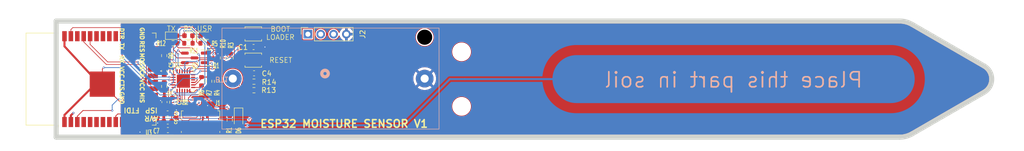
<source format=kicad_pcb>
(kicad_pcb (version 20211014) (generator pcbnew)
  (title_block (date "%%date%%") (rev "%%version%%"))
  (layers (0 "F.Cu" jumper) (1 "In1.Cu" power "In1.Cu.GND") (2 "In2.Cu" power "In2.Cu.BATT+") (31 "B.Cu" signal) (34 "B.Paste" user) (35 "F.Paste" user) (36 "B.SilkS" user "B.Silkscreen") (37 "F.SilkS" user "F.Silkscreen") (38 "B.Mask" user) (39 "F.Mask" user) (44 "Edge.Cuts" user))
  (net 0 "")
  (net 1 "GND")
  (net 2 "/Sensor_Track")
  (net 3 "+BATT")
  (net 4 "/SENSOR_IN")
  (net 5 "+5V")
  (net 6 "Net-(R6-Pad2)")
  (net 7 "Net-(D8-Pad2)")
  (net 8 "Net-(Q2-Pad1)")
  (net 9 "/RTS")
  (net 10 "Net-(Q1-Pad1)")
  (net 11 "/DTR")
  (net 12 "/SENSOR_OUT")
  (net 13 "Net-(R12-Pad1)")
  (net 14 "Net-(D10-Pad1)")
  (net 15 "Net-(R11-Pad1)")
  (net 16 "Net-(D9-Pad1)")
  (net 17 "Net-(R10-Pad1)")
  (net 18 "Net-(D10-Pad2)")
  (net 19 "/EN")
  (net 20 "Net-(R8-Pad2)")
  (net 26 "Net-(U3-Pad14)")
  (net 40 "/IO0")
  (net 48 "/IO23")
  (net 49 "/ESP_RXD0")
  (net 51 "/ESP_TXD0")
  (net 53 "/USB_P")
  (net 54 "/USB_N")
  (footprint "Resistor_SMD:R_0603_1608Metric" (layer "F.Cu") (at 86.7 115.65 90)
    (fp_text reference "R2")
    (fp_text value "510K")
  )
  (footprint "Capacitor_SMD:C_0603_1608Metric" (layer "F.Cu") (at 86.75 118.75 90)
    (fp_text reference "C2")
    (fp_text value "1uF")
  )
  (footprint "MountingHole:MountingHole_3.2mm_M3" (layer "F.Cu") (at 145.6 108.8)
    (fp_text reference "REF**" hide)
    (fp_text value "MountingHole_3.2mm_M3" hide)
  )
  (footprint "MountingHole:MountingHole_3.2mm_M3" (layer "F.Cu") (at 145.6 119.6)
    (fp_text reference "REF**" hide)
    (fp_text value "MountingHole_3.2mm_M3" hide)
  )
  (footprint "Capacitor_SMD:C_0603_1608Metric" (layer "F.Cu") (at 104.5 113.05 180)
    (fp_text reference "C4")
    (fp_text value "0.1uF")
  )
  (footprint "Resistor_SMD:R_0603_1608Metric" (layer "F.Cu") (at 98.3375 110 90)
    (fp_text reference "R10")
    (fp_text value "10k")
  )
  (footprint "Connector_PinSocket_2.54mm:PinSocket_1x04_P2.54mm_Vertical" (layer "F.Cu") (at 115.16 105.3 90)
    (fp_text reference "J2")
    (fp_text value "Conn_01x04_Male")
  )
  (footprint "Resistor_SMD:R_0603_1608Metric" (layer "F.Cu") (at 86.7 109.55 -90)
    (fp_text reference "R9")
    (fp_text value "10k")
  )
  (footprint "Package_TO_SOT_SMD:SOT-23" (layer "F.Cu") (at 95.6375 110)
    (fp_text reference "Q1")
    (fp_text value "Q_NPN_BEC")
  )
  (footprint "Button_Switch_SMD:SW_SPST_B3U-1000P" (layer "F.Cu") (at 104.35 105.25 180)
    (fp_text reference "SW1" hide)
    (fp_text value "SW_Push")
  )
  (footprint "LED_SMD:LED_0603_1608Metric" (layer "F.Cu") (at 88.425 105.6)
    (fp_text reference "D10" hide)
    (fp_text value "RX_LED")
  )
  (footprint "Capacitor_SMD:C_0603_1608Metric" (layer "F.Cu") (at 87.375 121 180)
    (fp_text reference "C3")
    (fp_text value "4.7uF")
  )
  (footprint "RF_Module:ESP32-WROOM-32" (layer "F.Cu") (at 75.2 114.2 90)
    (fp_text reference "U3")
    (fp_text value "ESP32-WROOM-32D")
  )
  (footprint "Resistor_SMD:R_0603_1608Metric" (layer "F.Cu") (at 94.1 114.625 90)
    (fp_text reference "R6")
    (fp_text value "22.1k")
  )
  (footprint "Capacitor_SMD:C_0603_1608Metric" (layer "F.Cu") (at 87.4 122.6 180)
    (fp_text reference "C6")
    (fp_text value "4.7uF")
  )
  (footprint "Resistor_SMD:R_0603_1608Metric" (layer "F.Cu") (at 94.7 107.1)
    (fp_text reference "R5")
    (fp_text value "220R")
  )
  (footprint "Resistor_SMD:R_0603_1608Metric" (layer "F.Cu") (at 95.6 114.625 90)
    (fp_text reference "R7")
    (fp_text value "47.5k")
  )
  (footprint "Capacitor_SMD:C_0603_1608Metric" (layer "F.Cu") (at 87.425 124.3 180)
    (fp_text reference "C7")
    (fp_text value "0.1uF")
  )
  (footprint "LED_SMD:LED_0603_1608Metric" (layer "F.Cu") (at 91.5 105.6 180)
    (fp_text reference "D9" hide)
    (fp_text value "TX_LED")
  )
  (footprint "Resistor_SMD:R_0603_1608Metric" (layer "F.Cu") (at 88.3 118.775 90)
    (fp_text reference "R8")
    (fp_text value "2k")
  )
  (footprint "Resistor_SMD:R_0603_1608Metric" (layer "F.Cu") (at 99.8375 110 -90)
    (fp_text reference "R3")
    (fp_text value "10k")
  )
  (footprint "Resistor_SMD:R_0603_1608Metric" (layer "F.Cu") (at 97.15 114.65 90)
    (fp_text reference "R4")
    (fp_text value "10k")
  )
  (footprint "Capacitor_SMD:C_0603_1608Metric" (layer "F.Cu") (at 86.7 112.6 -90)
    (fp_text reference "C5")
    (fp_text value "4.7uF")
  )
  (footprint "Resistor_SMD:R_0603_1608Metric" (layer "F.Cu") (at 104.475 114.7)
    (fp_text reference "R14")
    (fp_text value "10k")
  )
  (footprint "Diode_SMD:D_SOD-323_HandSoldering" (layer "F.Cu") (at 101.425 121.825 -90)
    (fp_text reference "D6")
    (fp_text value "D_Schottky")
  )
  (footprint "Connector_USB:USB_Micro-B_Molex_47346-0001" (layer "F.Cu") (at 93.9 122.2)
    (fp_text reference "J1")
    (fp_text value "USB_B_Micro")
  )
  (footprint "Resistor_SMD:R_0603_1608Metric" (layer "F.Cu") (at 104.475 116.4)
    (fp_text reference "R13")
    (fp_text value "10k")
  )
  (footprint "Capacitor_SMD:C_0603_1608Metric" (layer "F.Cu") (at 104.4 107.85 180)
    (fp_text reference "C1")
    (fp_text value "0.1uF")
  )
  (footprint "LED_SMD:LED_0603_1608Metric" (layer "F.Cu") (at 94.7 105.6)
    (fp_text reference "D8" hide)
    (fp_text value "RED_LED")
  )
  (footprint "Resistor_SMD:R_0603_1608Metric" (layer "F.Cu") (at 88.45 107.1 180)
    (fp_text reference "R12")
    (fp_text value "220R")
  )
  (footprint "Package_TO_SOT_SMD:SOT-23" (layer "F.Cu") (at 91.7375 110)
    (fp_text reference "Q2")
    (fp_text value "Q_NPN_BEC")
  )
  (footprint "Button_Switch_SMD:SW_SPST_B3U-1000P" (layer "F.Cu") (at 104.35 110.45 180)
    (fp_text reference "SW2" hide)
    (fp_text value "SW_Push")
  )
  (footprint "Resistor_SMD:R_0603_1608Metric" (layer "F.Cu") (at 99.675 122.325 90)
    (fp_text reference "R1")
    (fp_text value "10K")
  )
  (footprint "Package_DFN_QFN:QFN-24-1EP_4x4mm_P0.5mm_EP2.6x2.6mm" (layer "F.Cu") (at 90.5 114.6 90)
    (fp_text reference "U2")
    (fp_text value "CP2102N-Axx-xQFN24")
  )
  (footprint "Resistor_SMD:R_0603_1608Metric" (layer "F.Cu") (at 91.5 107.1)
    (fp_text reference "R11")
    (fp_text value "220R")
  )
  (footprint "MyFootprints:Capacitive_Soil_Moisture_Sensor" (layer "B.Cu") (at 199.474999 114.2)
    (fp_text reference "Sensor1" hide)
    (fp_text value "Conn_01x01")
  )
  (footprint "kicad_footprints:CR123A Battery Holder" (layer "B.Cu") (at 119.3875 114.1)
    (fp_text reference "BT1")
    (fp_text value "Battery_Cell")
  )
  (gr_circle (center 118.55 113.1) (end 118.866228 113.1) (layer "B.SilkS") (width 0.65) (fill none))
  (gr_circle (center 88.85 117.375) (end 88.991421 117.375) (layer "F.SilkS") (width 0.1) (fill none))
  (gr_line (start 232.341667 102.700001) (end 65.3 102.7) (layer "Edge.Cuts") (width 1))
  (gr_line (start 249.1 111.601926) (end 234.841667 103.369873) (layer "Edge.Cuts") (width 1))
  (gr_line (start 65.3 125.7) (end 232.341667 125.7) (layer "Edge.Cuts") (width 1))
  (gr_line (start 234.841667 125.030128) (end 249.1 116.798075) (layer "Edge.Cuts") (width 1))
  (gr_arc (start 234.841666 125.030127) (mid 233.635762 125.529629) (end 232.341667 125.7) (layer "Edge.Cuts") (width 1))
  (gr_arc (start 249.1 111.601925) (mid 250.599999 114.2) (end 249.1 116.798075) (layer "Edge.Cuts") (width 1))
  (gr_arc (start 232.341667 102.7) (mid 233.635762 102.870371) (end 234.841667 103.369873) (layer "Edge.Cuts") (width 1))
  (gr_line (start 65.3 102.7) (end 65.3 125.7) (layer "Edge.Cuts") (width 1))
  (gr_text "RES" (at 82.3 107.73 270) (layer "F.SilkS") (effects (font (size 0.8 0.8) (thickness 0.2))))
  (gr_text "VCC" (at 82.3 115.38 270) (layer "F.SilkS") (effects (font (size 0.8 0.8) (thickness 0.2))))
  (gr_text "DTR" (at 78.3 105.18 270) (layer "F.SilkS") (effects (font (size 0.8 0.8) (thickness 0.2))))
  (gr_text "RX" (at 78.3 110.28 270) (layer "F.SilkS") (effects (font (size 0.8 0.8) (thickness 0.2))))
  (gr_text "MOS" (at 82.3 110.28 270) (layer "F.SilkS") (effects (font (size 0.8 0.8) (thickness 0.2))))
  (gr_text "GND" (at 82.3 105.18 270) (layer "F.SilkS") (effects (font (size 0.8 0.8) (thickness 0.2))))
  (gr_text "TX" (at 78.3 107.73 270) (layer "F.SilkS") (effects (font (size 0.8 0.8) (thickness 0.2))))
  (gr_text "VCC" (at 78.3 112.83 270) (layer "F.SilkS") (effects (font (size 0.8 0.8) (thickness 0.2))))
  (gr_text "AVR\nISP" (at 84.15 121.18 180) (layer "F.SilkS") (effects (font (size 1 1) (thickness 0.2))))
  (gr_text "MIS" (at 82.3 117.88 270) (layer "F.SilkS") (effects (font (size 0.8 0.8) (thickness 0.2))))
  (gr_text "SCK" (at 82.3 112.78 270) (layer "F.SilkS") (effects (font (size 0.8 0.8) (thickness 0.2))))
  (gr_text "CTS" (at 78.3 115.38 270) (layer "F.SilkS") (effects (font (size 0.8 0.8) (thickness 0.2))))
  (gr_text "GND" (at 78.3 117.93 270) (layer "F.SilkS") (effects (font (size 0.8 0.8) (thickness 0.2))))
  (gr_text "FTDI" (at 80.25 120.38 180) (layer "F.SilkS") (effects (font (size 1 1) (thickness 0.2))))
  (gr_text "RX" (at 91.5 104.2) (layer "F.SilkS") (effects (font (size 1 1) (thickness 0.12))))
  (gr_text "TX" (at 88.1 104.2) (layer "F.SilkS") (effects (font (size 1 1) (thickness 0.12))))
  (gr_text "USR" (at 94.7 104.2) (layer "F.SilkS") (effects (font (size 1 1) (thickness 0.12))))
  (gr_text "RESET" (at 109.8 110.45) (layer "F.SilkS") (effects (font (size 1 1) (thickness 0.12))))
  (gr_text "ESP32 MOISTURE SENSOR V1" (at 122.325 123.05) (layer "F.SilkS") (effects (font (size 1.5 1.5) (thickness 0.3))))
  (gr_text "BOOT\nLOADER" (at 109.7 105.1) (layer "F.SilkS") (effects (font (size 1 1) (thickness 0.12))))
  (segment (start 106.05 108.725) (end 106.05 110.45) (width 0.15) (layer "F.Cu") (net 1))
  (segment (start 74.445 115.2) (end 74.445 112.205) (width 0.15) (layer "F.Cu") (net 1))
  (segment (start 89.75 116.5375) (end 89.75 115.35) (width 0.15) (layer "F.Cu") (net 1))
  (segment (start 86.625 122.6) (end 85.7 122.6) (width 0.15) (layer "F.Cu") (net 1))
  (segment (start 105.175 107.85) (end 106.05 108.725) (width 0.15) (layer "F.Cu") (net 1))
  (segment (start 95.45 120.99) (end 95.2 120.74) (width 0.15) (layer "F.Cu") (net 1))
  (segment (start 95.285 120.825) (end 95.2 120.74) (width 0.15) (layer "F.Cu") (net 1))
  (segment (start 85.090705 119.915) (end 86.575705 118.43) (width 0.15) (layer "F.Cu") (net 1))
  (segment (start 86.65 124.3) (end 86.65 122.625) (width 0.15) (layer "F.Cu") (net 1))
  (segment (start 74.445 112.205) (end 74.725 111.925) (width 0.15) (layer "F.Cu") (net 1))
  (segment (start 86.75 116.525) (end 86.7 116.475) (width 0.15) (layer "F.Cu") (net 1))
  (segment (start 105.175 107.85) (end 106.05 106.975) (width 0.15) (layer "F.Cu") (net 1))
  (segment (start 91.055027 118.951373) (end 91.4125 119.308846) (width 0.15) (layer "F.Cu") (net 1))
  (segment (start 91.4125 119.308846) (end 91.4125 120.825) (width 0.15) (layer "F.Cu") (net 1))
  (segment (start 73.045 115.2) (end 74.445 115.2) (width 0.4) (layer "F.Cu") (net 1))
  (segment (start 90.525 123.4) (end 90.35 123.4) (width 0.15) (layer "F.Cu") (net 1))
  (segment (start 89.75 116.5375) (end 89.75 117.4) (width 0.15) (layer "F.Cu") (net 1))
  (segment (start 95.2 120.74) (end 95.2 119.55) (width 0.15) (layer "F.Cu") (net 1))
  (segment (start 96.3875 120.825) (end 95.285 120.825) (width 0.15) (layer "F.Cu") (net 1))
  (segment (start 86.6 121) (end 86.6 122.575) (width 0.15) (layer "F.Cu") (net 1))
  (segment (start 66.945 122.7) (end 66.945 121.3) (width 0.4) (layer "F.Cu") (net 1))
  (segment (start 86.65 122.625) (end 86.625 122.6) (width 0.15) (layer "F.Cu") (net 1))
  (segment (start 86.85 118.33) (end 86.75 118.43) (width 0.15) (layer "F.Cu") (net 1))
  (segment (start 66.945 107.7) (end 72.975 114.225) (width 0.4) (layer "F.Cu") (net 1))
  (segment (start 97.35 109.175) (end 98.3375 109.175) (width 0.15) (layer "F.Cu") (net 1))
  (segment (start 105.175 107.85) (end 106.65 107.85) (width 0.15) (layer "F.Cu") (net 1))
  (segment (start 79.16 119.915) (end 74.445 115.2) (width 0.15) (layer "F.Cu") (net 1))
  (segment (start 95.6 116.35) (end 96.05 116.8) (width 0.15) (layer "F.Cu") (net 1))
  (segment (start 86.7 113.375) (end 86.7 113.3) (width 0.15) (layer "F.Cu") (net 1))
  (segment (start 86.7 113.3) (end 86 112.6) (width 0.15) (layer "F.Cu") (net 1))
  (segment (start 73.2225 113.9775) (end 74.445 115.2) (width 0.4) (layer "F.Cu") (net 1))
  (segment (start 84.455 119.915) (end 85.090705 119.915) (width 0.15) (layer "F.Cu") (net 1))
  (segment (start 95.6 115.45) (end 95.6 116.35) (width 0.15) (layer "F.Cu") (net 1))
  (segment (start 95.2 119.55) (end 95.3 119.45) (width 0.15) (layer "F.Cu") (net 1))
  (segment (start 89.7505 117.4005) (end 89.7505 117.8) (width 0.15) (layer "F.Cu") (net 1))
  (segment (start 92.75 123.4) (end 95.45 123.4) (width 0.15) (layer "F.Cu") (net 1))
  (segment (start 95.45 123.4) (end 95.45 120.99) (width 0.15) (layer "F.Cu") (net 1))
  (segment (start 106.05 112.275) (end 106.05 110.45) (width 0.15) (layer "F.Cu") (net 1))
  (segment (start 105.275 113.05) (end 106.05 112.275) (width 0.15) (layer "F.Cu") (net 1))
  (segment (start 85.7 122.6) (end 85.4 122.9) (width 0.15) (layer "F.Cu") (net 1))
  (segment (start 86.575705 118.43) (end 86.75 118.43) (width 0.15) (layer "F.Cu") (net 1))
  (segment (start 86.75 117.975) (end 86.75 116.525) (width 0.15) (layer "F.Cu") (net 1))
  (segment (start 66.945 121.3) (end 73.045 115.2) (width 0.4) (layer "F.Cu") (net 1))
  (segment (start 72.975 114.225) (end 73.2225 113.9775) (width 0.4) (layer "F.Cu") (net 1))
  (segment (start 66.945 105.7) (end 66.945 107.7) (width 0.4) (layer "F.Cu") (net 1))
  (segment (start 89.75 117.4) (end 89.7505 117.4005) (width 0.15) (layer "F.Cu") (net 1))
  (segment (start 90.525 123.4) (end 92.75 123.4) (width 0.15) (layer "F.Cu") (net 1))
  (segment (start 93.9125 105.6) (end 93.9125 105.2125) (width 0.15) (layer "F.Cu") (net 1))
  (segment (start 89.75 115.35) (end 90.5 114.6) (width 0.15) (layer "F.Cu") (net 1))
  (segment (start 97.275 123.4) (end 95.45 123.4) (width 0.15) (layer "F.Cu") (net 1))
  (segment (start 106.05 106.975) (end 106.05 105.25) (width 0.15) (layer "F.Cu") (net 1))
  (segment (start 90.35 123.4) (end 89.4 122.45) (width 0.15) (layer "F.Cu") (net 1))
  (segment (start 93.9125 105.2125) (end 92.9 104.2) (width 0.15) (layer "F.Cu") (net 1))
  (segment (start 86.6 122.575) (end 86.625 122.6) (width 0.15) (layer "F.Cu") (net 1))
  (segment (start 86.275 118.45) (end 86.75 117.975) (width 0.15) (layer "F.Cu") (net 1))
  (segment (start 84.455 119.915) (end 79.16 119.915) (width 0.15) (layer "F.Cu") (net 1))
  (segment (start 85.975 118.45) (end 86.275 118.45) (width 0.15) (layer "F.Cu") (net 1))
  (via (at 96.05 116.8) (size 0.4) (drill 0.2) (layers "F.Cu" "B.Cu") (net 1))
  (via (at 81.9 124.7) (size 0.4) (drill 0.2) (layers "F.Cu" "B.Cu") (net 1))
  (via (at 106.65 107.85) (size 0.4) (drill 0.2) (layers "F.Cu" "B.Cu") (net 1))
  (via (at 92.9 104.2) (size 0.4) (drill 0.2) (layers "F.Cu" "B.Cu") (net 1))
  (via (at 89.4 122.45) (size 0.4) (drill 0.2) (layers "F.Cu" "B.Cu") (net 1))
  (via (at 85.4 122.9) (size 0.4) (drill 0.2) (layers "F.Cu" "B.Cu") (net 1))
  (via (at 89.1 120.3) (size 0.4) (drill 0.2) (layers "F.Cu" "B.Cu") (net 1))
  (via (at 74.725 111.925) (size 0.4) (drill 0.2) (layers "F.Cu" "B.Cu") (net 1))
  (via (at 97.35 109.175) (size 0.4) (drill 0.2) (layers "F.Cu" "B.Cu") (net 1))
  (via (at 85.975 118.45) (size 0.4) (drill 0.2) (layers "F.Cu" "B.Cu") (net 1))
  (via (at 95.3 119.45) (size 0.4) (drill 0.2) (layers "F.Cu" "B.Cu") (net 1))
  (via (at 89.7505 117.8) (size 0.4) (drill 0.2) (layers "F.Cu" "B.Cu") (net 1))
  (via (at 91.055027 118.951373) (size 0.4) (drill 0.2) (layers "F.Cu" "B.Cu") (net 1))
  (via (at 86 112.6) (size 0.4) (drill 0.2) (layers "F.Cu" "B.Cu") (net 1))
  (segment (start 78.375 111.925) (end 78.675 111.625) (width 0.15) (layer "B.Cu") (net 1))
  (segment (start 74.725 111.925) (end 78.375 111.925) (width 0.15) (layer "B.Cu") (net 1))
  (segment (start 101.7 123.35) (end 101.425 123.075) (width 0.4) (layer "F.Cu") (net 2))
  (segment (start 99.675 123.15) (end 99.75 123.075) (width 0.15) (layer "F.Cu") (net 2))
  (segment (start 99.75 123.075) (end 101.425 123.075) (width 0.15) (layer "F.Cu") (net 2))
  (segment (start 103.15 123.35) (end 101.7 123.35) (width 0.4) (layer "F.Cu") (net 2))
  (via (at 103.15 123.35) (size 0.4) (drill 0.2) (layers "F.Cu" "B.Cu") (net 2))
  (segment (start 143.275 114.2) (end 134.125 123.35) (width 0.4) (layer "B.Cu") (net 2))
  (segment (start 134.125 123.35) (end 103.15 123.35) (width 0.4) (layer "B.Cu") (net 2))
  (segment locked (start 146.2 114.2) (end 199.474999 114.2) (width 0.4) (layer "B.Cu") (net 2))
  (segment (start 146.2 114.2) (end 143.275 114.2) (width 0.4) (layer "B.Cu") (net 2))
  (segment (start 102.5875 116.4) (end 100.2875 114.1) (width 0.127) (layer "F.Cu") (net 3))
  (segment (start 89.1 121) (end 89.15 121.05) (width 0.15) (layer "F.Cu") (net 3))
  (segment (start 68.215 122.7) (end 68.215 121.385) (width 0.4) (layer "F.Cu") (net 3))
  (segment (start 88.2 122.625) (end 88.175 122.6) (width 0.15) (layer "F.Cu") (net 3))
  (segment (start 88.15 121) (end 89.1 121) (width 0.15) (layer "F.Cu") (net 3))
  (segment (start 68.215 121.385) (end 68.7 120.9) (width 0.4) (layer "F.Cu") (net 3))
  (segment (start 103.65 116.4) (end 102.5875 116.4) (width 0.127) (layer "F.Cu") (net 3))
  (segment (start 88.175 122.6) (end 88.175 121.025) (width 0.15) (layer "F.Cu") (net 3))
  (segment (start 85.699999 107.25) (end 86.7 108.250001) (width 0.15) (layer "F.Cu") (net 3))
  (segment (start 88.175 121.025) (end 88.15 121) (width 0.15) (layer "F.Cu") (net 3))
  (segment (start 85.25 107.25) (end 85.699999 107.25) (width 0.15) (layer "F.Cu") (net 3))
  (segment (start 86.7 108.250001) (end 86.7 108.725) (width 0.15) (layer "F.Cu") (net 3))
  (segment (start 88.2 124.1) (end 88.2 122.625) (width 0.15) (layer "F.Cu") (net 3))
  (via (at 89.15 121.05) (size 0.4) (drill 0.2) (layers "F.Cu" "B.Cu") (net 3))
  (via (at 85.25 107.25) (size 0.4) (drill 0.2) (layers "F.Cu" "B.Cu") (net 3))
  (via (at 68.7 120.9) (size 0.4) (drill 0.2) (layers "F.Cu" "B.Cu") (net 3))
  (segment (start 78.375 105.7) (end 78.375 108.2) (width 0.15) (layer "F.Cu") (net 4))
  (segment (start 99.675 120.275) (end 99.15 119.75) (width 0.15) (layer "F.Cu") (net 4))
  (segment (start 78.375 110) (end 78.375 108.35) (width 0.15) (layer "F.Cu") (net 4))
  (segment (start 78.375 108.2) (end 78.375 108.325) (width 0.15) (layer "F.Cu") (net 4))
  (segment (start 99.675 121.5) (end 99.675 120.275) (width 0.15) (layer "F.Cu") (net 4))
  (via (at 78.4 109.875) (size 0.4) (drill 0.2) (layers "F.Cu" "B.Cu") (net 4))
  (via (at 99.15 119.75) (size 0.4) (drill 0.2) (layers "F.Cu" "B.Cu") (net 4))
  (segment (start 96.821047 119.75) (end 94.396546 117.325499) (width 0.15) (layer "B.Cu") (net 4))
  (segment (start 85.850499 117.325499) (end 78.4 109.875) (width 0.15) (layer "B.Cu") (net 4))
  (segment (start 94.396546 117.325499) (end 85.850499 117.325499) (width 0.15) (layer "B.Cu") (net 4))
  (segment (start 99.15 119.75) (end 96.821047 119.75) (width 0.15) (layer "B.Cu") (net 4))
  (segment (start 94.225 116.525) (end 94.225 115.575) (width 0.15) (layer "F.Cu") (net 5))
  (segment (start 93.475 117.275) (end 94.225 116.525) (width 0.15) (layer "F.Cu") (net 5))
  (segment (start 92.58 120.72) (end 92.6 120.74) (width 0.15) (layer "F.Cu") (net 5))
  (segment (start 91.5 118.5) (end 91.5 117.925) (width 0.15) (layer "F.Cu") (net 5))
  (segment (start 92.7 119.22) (end 93.28 119.22) (width 0.15) (layer "F.Cu") (net 5))
  (segment (start 93.28 119.22) (end 93.6 118.9) (width 0.15) (layer "F.Cu") (net 5))
  (segment (start 92.22 119.22) (end 91.5 118.5) (width 0.15) (layer "F.Cu") (net 5))
  (segment (start 92.15 117.275) (end 93.475 117.275) (width 0.15) (layer "F.Cu") (net 5))
  (segment (start 92.7 119.22) (end 92.7 120.64) (width 0.15) (layer "F.Cu") (net 5))
  (segment (start 94.1 115.45) (end 93.7 115.85) (width 0.15) (layer "F.Cu") (net 5))
  (segment (start 91.5 117.925) (end 92.15 117.275) (width 0.15) (layer "F.Cu") (net 5))
  (segment (start 92.7 120.64) (end 92.6 120.74) (width 0.15) (layer "F.Cu") (net 5))
  (segment (start 94.225 115.575) (end 94.1 115.45) (width 0.15) (layer "F.Cu") (net 5))
  (segment (start 93.7 115.85) (end 92.4375 115.85) (width 0.15) (layer "F.Cu") (net 5))
  (segment (start 92.7 119.22) (end 92.22 119.22) (width 0.15) (layer "F.Cu") (net 5))
  (via (at 93.6 118.9) (size 0.4) (drill 0.2) (layers "F.Cu" "B.Cu") (net 5))
  (segment (start 95.6 113.8) (end 94.1 113.8) (width 0.15) (layer "F.Cu") (net 6))
  (segment (start 94.1 113.8) (end 94.1 114.076618) (width 0.15) (layer "F.Cu") (net 6))
  (segment (start 92.826618 115.35) (end 92.4375 115.35) (width 0.15) (layer "F.Cu") (net 6))
  (segment (start 94.1 114.076618) (end 92.826618 115.35) (width 0.15) (layer "F.Cu") (net 6))
  (segment (start 95.4875 105.6) (end 95.4875 107.0625) (width 0.15) (layer "F.Cu") (net 7))
  (segment (start 95.4875 107.0625) (end 95.525 107.1) (width 0.15) (layer "F.Cu") (net 7))
  (segment (start 93.85 112.624) (end 95.570072 112.624) (width 0.15) (layer "F.Cu") (net 8))
  (segment (start 90.8 109.05) (end 90.044987 109.05) (width 0.15) (layer "F.Cu") (net 8))
  (segment (start 96.35 113.425) (end 96.35 114.6) (width 0.15) (layer "F.Cu") (net 8))
  (segment (start 96.325 113.4) (end 96.35 113.425) (width 0.15) (layer "F.Cu") (net 8))
  (segment (start 96.35 114.6) (end 97.15 115.4) (width 0.15) (layer "F.Cu") (net 8))
  (segment (start 97.15 115.4) (end 97.15 115.475) (width 0.15) (layer "F.Cu") (net 8))
  (segment (start 96.325 113.378928) (end 96.325 113.4) (width 0.15) (layer "F.Cu") (net 8))
  (segment (start 95.570072 112.624) (end 96.325 113.378928) (width 0.15) (layer "F.Cu") (net 8))
  (segment (start 90.044987 109.05) (end 89.468437 108.47345) (width 0.15) (layer "F.Cu") (net 8))
  (via (at 89.468437 108.47345) (size 0.4) (drill 0.2) (layers "F.Cu" "B.Cu") (net 8))
  (via (at 93.85 112.624) (size 0.4) (drill 0.2) (layers "F.Cu" "B.Cu") (net 8))
  (segment (start 89.468437 108.47345) (end 88.975489 108.966398) (width 0.15) (layer "B.Cu") (net 8))
  (segment (start 88.975489 108.966398) (end 88.975489 112.550489) (width 0.15) (layer "B.Cu") (net 8))
  (segment (start 88.975489 112.550489) (end 89.675 113.25) (width 0.15) (layer "B.Cu") (net 8))
  (segment (start 93.224 113.25) (end 93.85 112.624) (width 0.15) (layer "B.Cu") (net 8))
  (segment (start 89.675 113.25) (end 93.224 113.25) (width 0.15) (layer "B.Cu") (net 8))
  (segment (start 96.7745 112.1495) (end 97.125 112.5) (width 0.15) (layer "F.Cu") (net 9))
  (segment (start 88.5625 112.1875) (end 89.225 111.525) (width 0.15) (layer "F.Cu") (net 9))
  (segment (start 92.4 111.525) (end 93.0245 112.1495) (width 0.15) (layer "F.Cu") (net 9))
  (segment (start 89.225 111.525) (end 92.4 111.525) (width 0.15) (layer "F.Cu") (net 9))
  (segment (start 93.0245 112.1495) (end 96.225 112.1495) (width 0.15) (layer "F.Cu") (net 9))
  (segment (start 88.5625 113.35) (end 88.5625 112.1875) (width 0.15) (layer "F.Cu") (net 9))
  (segment (start 97.125 113.75) (end 97.075 113.8) (width 0.15) (layer "F.Cu") (net 9))
  (segment (start 96.075 111.05) (end 94.8 111.05) (width 0.15) (layer "F.Cu") (net 9))
  (segment (start 94.8 111.05) (end 94.7 110.95) (width 0.15) (layer "F.Cu") (net 9))
  (segment (start 97.125 112.5) (end 97.125 113.75) (width 0.15) (layer "F.Cu") (net 9))
  (segment (start 96.225 112.1495) (end 96.7745 112.1495) (width 0.15) (layer "F.Cu") (net 9))
  (via (at 96.075 111.05) (size 0.4) (drill 0.2) (layers "F.Cu" "B.Cu") (net 9))
  (via (at 96.225 112.1495) (size 0.4) (drill 0.2) (layers "F.Cu" "B.Cu") (net 9))
  (segment (start 96.225 112.1495) (end 96.225 111.2) (width 0.15) (layer "B.Cu") (net 9))
  (segment (start 96.225 111.2) (end 96.075 111.05) (width 0.15) (layer "B.Cu") (net 9))
  (segment (start 95.6 108.15) (end 99.525 108.15) (width 0.15) (layer "F.Cu") (net 10))
  (segment (start 99.8375 108.4625) (end 99.8375 109.175) (width 0.15) (layer "F.Cu") (net 10))
  (segment (start 99.525 108.15) (end 99.8375 108.4625) (width 0.15) (layer "F.Cu") (net 10))
  (segment (start 94.7 109.05) (end 95.6 108.15) (width 0.15) (layer "F.Cu") (net 10))
  (segment (start 87.875 115.35) (end 87.75 115.225) (width 0.15) (layer "F.Cu") (net 11))
  (segment (start 88.5625 115.35) (end 87.875 115.35) (width 0.15) (layer "F.Cu") (net 11))
  (segment (start 92.8 110.95) (end 93.525 111.675) (width 0.15) (layer "F.Cu") (net 11))
  (segment (start 93.525 111.675) (end 98.9875 111.675) (width 0.15) (layer "F.Cu") (net 11))
  (segment (start 87.85 111.375) (end 87.85 112.775) (width 0.15) (layer "F.Cu") (net 11))
  (segment (start 90.8 110.95) (end 92.8 110.95) (width 0.15) (layer "F.Cu") (net 11))
  (segment (start 88.275 110.95) (end 90.8 110.95) (width 0.15) (layer "F.Cu") (net 11))
  (segment (start 88.275 110.95) (end 87.85 111.375) (width 0.15) (layer "F.Cu") (net 11))
  (segment (start 98.9875 111.675) (end 99.8375 110.825) (width 0.15) (layer "F.Cu") (net 11))
  (via (at 87.85 112.775) (size 0.4) (drill 0.2) (layers "F.Cu" "B.Cu") (net 11))
  (via (at 87.75 115.225) (size 0.4) (drill 0.2) (layers "F.Cu" "B.Cu") (net 11))
  (segment (start 88.1 115.225) (end 88.475 114.85) (width 0.15) (layer "B.Cu") (net 11))
  (segment (start 88.475 114.85) (end 88.525 114.8) (width 0.15) (layer "B.Cu") (net 11))
  (segment (start 88.525 114.8) (end 88.525 113.4) (width 0.15) (layer "B.Cu") (net 11))
  (segment (start 87.75 115.225) (end 88.1 115.225) (width 0.15) (layer "B.Cu") (net 11))
  (segment (start 87.9 112.775) (end 87.85 112.775) (width 0.15) (layer "B.Cu") (net 11))
  (segment (start 88.525 113.4) (end 87.9 112.775) (width 0.15) (layer "B.Cu") (net 11))
  (segment (start 86.7 115.14904) (end 86.7 114.825) (width 0.15) (layer "F.Cu") (net 12))
  (segment (start 77.1 121.5) (end 77.5 121.1) (width 0.15) (layer "F.Cu") (net 12))
  (segment (start 98.5245 118.3245) (end 92.025382 118.3245) (width 0.15) (layer "F.Cu") (net 12))
  (segment (start 101.425 120.575) (end 100.775 120.575) (width 0.15) (layer "F.Cu") (net 12))
  (segment (start 77.105 121.505) (end 77.1 121.5) (width 0.15) (layer "F.Cu") (net 12))
  (segment (start 88.546072 118.85) (end 88.666348 118.729724) (width 0.15) (layer "F.Cu") (net 12))
  (segment (start 88.666348 118.729724) (end 88.727713 118.729724) (width 0.15) (layer "F.Cu") (net 12))
  (segment (start 77.105 122.7) (end 77.105 121.505) (width 0.15) (layer "F.Cu") (net 12))
  (segment (start 100.775 120.575) (end 98.5245 118.3245) (width 0.15) (layer "F.Cu") (net 12))
  (segment (start 77.5 121.1) (end 85.269022 121.1) (width 0.15) (layer "F.Cu") (net 12))
  (segment (start 87.425 118.85) (end 86.75 119.525) (width 0.15) (layer "F.Cu") (net 12))
  (segment (start 87.55048 118.80048) (end 87.6 118.85) (width 0.15) (layer "F.Cu") (net 12))
  (segment (start 86.75 119.619022) (end 86.75 119.525) (width 0.15) (layer "F.Cu") (net 12))
  (segment (start 87.55048 115.99952) (end 86.7 115.14904) (width 0.15) (layer "F.Cu") (net 12))
  (segment (start 85.269022 121.1) (end 86.75 119.619022) (width 0.15) (layer "F.Cu") (net 12))
  (segment (start 87.55048 115.99952) (end 87.55048 118.80048) (width 0.15) (layer "F.Cu") (net 12))
  (segment (start 88.546072 118.85) (end 87.6 118.85) (width 0.15) (layer "F.Cu") (net 12))
  (segment (start 87.6 118.85) (end 87.425 118.85) (width 0.15) (layer "F.Cu") (net 12))
  (via (at 88.727713 118.729724) (size 0.4) (drill 0.2) (layers "F.Cu" "B.Cu") (net 12))
  (via (at 92.025382 118.3245) (size 0.4) (drill 0.2) (layers "F.Cu" "B.Cu") (net 12))
  (segment (start 88.727713 118.729724) (end 89.091323 118.729724) (width 0.15) (layer "B.Cu") (net 12))
  (segment (start 89.546047 118.275) (end 91.975882 118.275) (width 0.15) (layer "B.Cu") (net 12))
  (segment (start 89.091323 118.729724) (end 89.546047 118.275) (width 0.15) (layer "B.Cu") (net 12))
  (segment (start 91.975882 118.275) (end 92.025382 118.3245) (width 0.15) (layer "B.Cu") (net 12))
  (segment (start 89.5 108) (end 89.125 107.625) (width 0.15) (layer "F.Cu") (net 13))
  (segment (start 89.125 107.625) (end 89.125 107.1) (width 0.15) (layer "F.Cu") (net 13))
  (segment (start 93.473301 109.273301) (end 92.2 108) (width 0.15) (layer "F.Cu") (net 13))
  (segment (start 92.58294 112.6625) (end 92.622224 112.623216) (width 0.15) (layer "F.Cu") (net 13))
  (segment (start 92.2 108) (end 89.5 108) (width 0.15) (layer "F.Cu") (net 13))
  (segment (start 91.75 112.6625) (end 92.58294 112.6625) (width 0.15) (layer "F.Cu") (net 13))
  (via (at 92.622224 112.623216) (size 0.4) (drill 0.2) (layers "F.Cu" "B.Cu") (net 13))
  (via (at 93.473301 109.273301) (size 0.4) (drill 0.2) (layers "F.Cu" "B.Cu") (net 13))
  (segment (start 93.724511 111.520929) (end 93.724511 109.524511) (width 0.15) (layer "B.Cu") (net 13))
  (segment (start 93.724511 109.524511) (end 93.473301 109.273301) (width 0.15) (layer "B.Cu") (net 13))
  (segment (start 92.622224 112.623216) (end 93.724511 111.520929) (width 0.15) (layer "B.Cu") (net 13))
  (segment (start 87.5125 105.6) (end 87.5125 107.0625) (width 0.15) (layer "F.Cu") (net 14))
  (segment (start 87.5125 107.0625) (end 87.475 107.1) (width 0.15) (layer "F.Cu") (net 14))
  (segment (start 91.25 112.273382) (end 91.547902 111.97548) (width 0.15) (layer "F.Cu") (net 15))
  (segment (start 89.92548 106.35048) (end 90.675 107.1) (width 0.15) (layer "F.Cu") (net 15))
  (segment (start 88.763984 106.35048) (end 89.92548 106.35048) (width 0.15) (layer "F.Cu") (net 15))
  (segment (start 91.547902 111.97548) (end 92.12548 111.97548) (width 0.15) (layer "F.Cu") (net 15))
  (segment (start 88.5 106.614464) (end 88.763984 106.35048) (width 0.15) (layer "F.Cu") (net 15))
  (segment (start 89.45 109.25) (end 88.5 108.3) (width 0.15) (layer "F.Cu") (net 15))
  (segment (start 92.12548 111.97548) (end 92.175 112.025) (width 0.15) (layer "F.Cu") (net 15))
  (segment (start 88.5 108.3) (end 88.5 106.614464) (width 0.15) (layer "F.Cu") (net 15))
  (segment (start 91.25 112.6625) (end 91.25 112.273382) (width 0.15) (layer "F.Cu") (net 15))
  (via (at 89.45 109.25) (size 0.4) (drill 0.2) (layers "F.Cu" "B.Cu") (net 15))
  (via (at 92.175 112.025) (size 0.4) (drill 0.2) (layers "F.Cu" "B.Cu") (net 15))
  (segment (start 92.175 112.025) (end 91.6 112.6) (width 0.15) (layer "B.Cu") (net 15))
  (segment (start 89.45 111.525) (end 89.45 109.25) (width 0.15) (layer "B.Cu") (net 15))
  (segment (start 90.525 112.6) (end 89.45 111.525) (width 0.15) (layer "B.Cu") (net 15))
  (segment (start 91.6 112.6) (end 90.525 112.6) (width 0.15) (layer "B.Cu") (net 15))
  (segment (start 92.2875 107.0625) (end 92.325 107.1) (width 0.15) (layer "F.Cu") (net 16))
  (segment (start 92.2875 105.6) (end 92.2875 107.0625) (width 0.15) (layer "F.Cu") (net 16))
  (segment (start 90.75 112.0245) (end 90.75 112.6625) (width 0.15) (layer "F.Cu") (net 17))
  (segment (start 93.313361 110.6995) (end 93.663341 110.34952) (width 0.15) (layer "F.Cu") (net 17))
  (segment (start 98.0875 110.575) (end 98.3375 110.825) (width 0.15) (layer "F.Cu") (net 17))
  (segment (start 93.663341 110.34952) (end 95.586659 110.34952) (width 0.15) (layer "F.Cu") (net 17))
  (segment (start 93.25 110.6995) (end 93.313361 110.6995) (width 0.15) (layer "F.Cu") (net 17))
  (segment (start 95.586659 110.34952) (end 95.812139 110.575) (width 0.15) (layer "F.Cu") (net 17))
  (segment (start 95.812139 110.575) (end 98.0875 110.575) (width 0.15) (layer "F.Cu") (net 17))
  (segment (start 90.775 111.9995) (end 90.75 112.0245) (width 0.15) (layer "F.Cu") (net 17))
  (via (at 93.25 110.6995) (size 0.4) (drill 0.2) (layers "F.Cu" "B.Cu") (net 17))
  (via (at 90.775 111.9995) (size 0.4) (drill 0.2) (layers "F.Cu" "B.Cu") (net 17))
  (segment (start 90.775 111.9995) (end 90.775 111.05) (width 0.15) (layer "B.Cu") (net 17))
  (segment (start 91.1255 110.6995) (end 93.25 110.6995) (width 0.15) (layer "B.Cu") (net 17))
  (segment (start 90.775 111.05) (end 91.1255 110.6995) (width 0.15) (layer "B.Cu") (net 17))
  (segment (start 91.25 116.5375) (end 91.4375 116.5375) (width 0.15) (layer "F.Cu") (net 18))
  (segment (start 93.475 116.35) (end 93.05 116.35) (width 0.15) (layer "F.Cu") (net 18))
  (segment (start 93.05 116.35) (end 92.65 116.75) (width 0.15) (layer "F.Cu") (net 18))
  (segment (start 90.675 105.5625) (end 90.7125 105.6) (width 0.15) (layer "F.Cu") (net 18))
  (segment (start 88.7255 116.75) (end 88.7255 116.902118) (width 0.15) (layer "F.Cu") (net 18))
  (segment (start 92.65 116.75) (end 91.9625 116.75) (width 0.15) (layer "F.Cu") (net 18))
  (segment (start 89.0875 105.6) (end 90.7125 105.6) (width 0.15) (layer "F.Cu") (net 18))
  (segment (start 89.275999 117.452617) (end 89.275999 119.074001) (width 0.15) (layer "F.Cu") (net 18))
  (segment (start 90.675 104.625) (end 90.675 105.5625) (width 0.15) (layer "F.Cu") (net 18))
  (segment (start 88.75 119.6) (end 88.3 119.6) (width 0.15) (layer "F.Cu") (net 18))
  (segment (start 88.7255 116.902118) (end 89.275999 117.452617) (width 0.15) (layer "F.Cu") (net 18))
  (segment (start 89.275999 119.074001) (end 88.75 119.6) (width 0.15) (layer "F.Cu") (net 18))
  (segment (start 91.9625 116.75) (end 91.75 116.5375) (width 0.15) (layer "F.Cu") (net 18))
  (segment (start 91.4375 116.5375) (end 91.75 116.5375) (width 0.15) (layer "F.Cu") (net 18))
  (via (at 90.675 104.625) (size 0.4) (drill 0.2) (layers "F.Cu" "B.Cu") (net 18))
  (via (at 88.7255 116.75) (size 0.4) (drill 0.2) (layers "F.Cu" "B.Cu") (net 18))
  (via (at 93.475 116.35) (size 0.4) (drill 0.2) (layers "F.Cu" "B.Cu") (net 18))
  (segment (start 88.7255 116.75) (end 88.9255 116.95) (width 0.15) (layer "B.Cu") (net 18))
  (segment (start 92.875 116.95) (end 93.475 116.35) (width 0.15) (layer "B.Cu") (net 18))
  (segment (start 93.475 116.35) (end 94.75 115.075) (width 0.15) (layer "B.Cu") (net 18))
  (segment (start 92.15967 104.625) (end 90.675 104.625) (width 0.15) (layer "B.Cu") (net 18))
  (segment (start 94.75 115.075) (end 94.75 107.21533) (width 0.15) (layer "B.Cu") (net 18))
  (segment (start 88.9255 116.95) (end 92.875 116.95) (width 0.15) (layer "B.Cu") (net 18))
  (segment (start 94.75 107.21533) (end 92.15967 104.625) (width 0.15) (layer "B.Cu") (net 18))
  (segment (start 88.500989 110.475) (end 88.400989 110.375) (width 0.15) (layer "F.Cu") (net 19))
  (segment (start 69.485 122.7) (end 69.485 121.55) (width 0.15) (layer "F.Cu") (net 19))
  (segment (start 78.275 118.15) (end 83.174511 113.250489) (width 0.15) (layer "F.Cu") (net 19))
  (segment (start 83.174511 113.250489) (end 83.174511 109.149511) (width 0.15) (layer "F.Cu") (net 19))
  (segment (start 98.845382 110) (end 98.922691 110.077309) (width 0.15) (layer "F.Cu") (net 19))
  (segment (start 96.575 110) (end 98.845382 110) (width 0.15) (layer "F.Cu") (net 19))
  (segment (start 96.416953 109.341953) (end 96.416953 109.841953) (width 0.15) (layer "F.Cu") (net 19))
  (segment (start 101.375 109.525) (end 101.725 109.525) (width 0.15) (layer "F.Cu") (net 19))
  (segment (start 101.725 109.525) (end 102.65 110.45) (width 0.15) (layer "F.Cu") (net 19))
  (segment (start 101.325 108.1) (end 101.325 109.475) (width 0.15) (layer "F.Cu") (net 19))
  (segment (start 85.55345 107.774511) (end 85.730215 107.774511) (width 0.15) (layer "F.Cu") (net 19))
  (segment (start 69.485 121.55) (end 70.61 120.425) (width 0.15) (layer "F.Cu") (net 19))
  (segment (start 85.730215 107.774511) (end 85.825489 107.869785) (width 0.15) (layer "F.Cu") (net 19))
  (segment (start 96.416953 109.841953) (end 96.575 110) (width 0.15) (layer "F.Cu") (net 19))
  (segment (start 85.825489 109.500489) (end 86.7 110.375) (width 0.15) (layer "F.Cu") (net 19))
  (segment (start 85.825489 107.869785) (end 85.825489 109.500489) (width 0.15) (layer "F.Cu") (net 19))
  (segment (start 102.65 111.975) (end 103.725 113.05) (width 0.15) (layer "F.Cu") (net 19))
  (segment (start 83.325 107.75) (end 85.528939 107.75) (width 0.15) (layer "F.Cu") (net 19))
  (segment (start 82.55 108.525) (end 83.325 107.75) (width 0.15) (layer "F.Cu") (net 19))
  (segment (start 86.75 110.675) (end 87.04952 110.37548) (width 0.15) (layer "F.Cu") (net 19))
  (segment (start 102.65 110.45) (end 102.65 111.975) (width 0.15) (layer "F.Cu") (net 19))
  (segment (start 101.325 109.475) (end 101.375 109.525) (width 0.15) (layer "F.Cu") (net 19))
  (segment (start 88.400989 110.375) (end 86.7 110.375) (width 0.15) (layer "F.Cu") (net 19))
  (segment (start 86.7 110.375) (end 86.7 111.825) (width 0.15) (layer "F.Cu") (net 19))
  (segment (start 70.61 120.425) (end 76.4 120.425) (width 0.15) (layer "F.Cu") (net 19))
  (segment (start 83.174511 109.149511) (end 82.55 108.525) (width 0.15) (layer "F.Cu") (net 19))
  (segment (start 78.175 118.15) (end 78.275 118.15) (width 0.15) (layer "F.Cu") (net 19))
  (segment (start 85.528939 107.75) (end 85.55345 107.774511) (width 0.15) (layer "F.Cu") (net 19))
  (via (at 101.325 108.1) (size 0.4) (drill 0.2) (layers "F.Cu" "B.Cu") (net 19))
  (via (at 76.4 120.425) (size 0.4) (drill 0.2) (layers "F.Cu" "B.Cu") (net 19))
  (via (at 88.500989 110.475) (size 0.4) (drill 0.2) (layers "F.Cu" "B.Cu") (net 19))
  (via (at 98.922691 110.077309) (size 0.4) (drill 0.2) (layers "F.Cu" "B.Cu") (net 19))
  (via (at 96.416953 109.341953) (size 0.4) (drill 0.2) (layers "F.Cu" "B.Cu") (net 19))
  (via (at 78.175 118.15) (size 0.4) (drill 0.2) (layers "F.Cu" "B.Cu") (net 19))
  (segment (start 77.6 118.15) (end 78.175 118.15) (width 0.15) (layer "B.Cu") (net 19))
  (segment (start 76.4 120.425) (end 76.4 119.35) (width 0.15) (layer "B.Cu") (net 19))
  (segment (start 76.4 119.35) (end 77.6 118.15) (width 0.15) (layer "B.Cu") (net 19))
  (segment (start 89.775 107.025) (end 89.775 104.575) (width 0.15) (layer "B.Cu") (net 19))
  (segment (start 90.199511 104.150489) (end 92.179442 104.150489) (width 0.15) (layer "B.Cu") (net 19))
  (segment (start 88.500989 110.475) (end 88.500989 108.299011) (width 0.15) (layer "B.Cu") (net 19))
  (segment (start 92.179442 104.150489) (end 96.416953 108.388) (width 0.15) (layer "B.Cu") (net 19))
  (segment (start 98.922691 110.077309) (end 99.347691 110.077309) (width 0.15) (layer "B.Cu") (net 19))
  (segment (start 88.500989 108.299011) (end 89.775 107.025) (width 0.15) (layer "B.Cu") (net 19))
  (segment (start 96.416953 108.388) (end 96.416953 109.341953) (width 0.15) (layer "B.Cu") (net 19))
  (segment (start 99.347691 110.077309) (end 101.325 108.1) (width 0.15) (layer "B.Cu") (net 19))
  (segment (start 89.775 104.575) (end 90.199511 104.150489) (width 0.15) (layer "B.Cu") (net 19))
  (segment (start 88.3 117.50004) (end 88.3 117.95) (width 0.15) (layer "F.Cu") (net 20))
  (segment (start 88.02498 116.370667) (end 88.02498 117.22502) (width 0.15) (layer "F.Cu") (net 20))
  (segment (start 92.832322 114.85) (end 92.4375 114.85) (width 0.15) (layer "F.Cu") (net 20))
  (segment (start 93.228604 114.060935) (end 93.228604 114.453718) (width 0.15) (layer "F.Cu") (net 20))
  (segment (start 88.02498 117.22502) (end 88.3 117.50004) (width 0.15) (layer "F.Cu") (net 20))
  (segment (start 93.228604 114.453718) (end 92.832322 114.85) (width 0.15) (layer "F.Cu") (net 20))
  (via (at 88.02498 116.370667) (size 0.4) (drill 0.2) (layers "F.Cu" "B.Cu") (net 20))
  (via (at 93.228604 114.060935) (size 0.4) (drill 0.2) (layers "F.Cu" "B.Cu") (net 20))
  (segment (start 88.02498 116.370667) (end 88.129333 116.370667) (width 0.15) (layer "B.Cu") (net 20))
  (segment (start 90.439065 114.060935) (end 93.228604 114.060935) (width 0.15) (layer "B.Cu") (net 20))
  (segment (start 88.129333 116.370667) (end 90.439065 114.060935) (width 0.15) (layer "B.Cu") (net 20))
  (segment (start 105.3 116.4) (end 105.3 116.35) (width 0.127) (layer "F.Cu") (net 26))
  (segment (start 105.3 120.4) (end 103.5 122.2) (width 0.127) (layer "F.Cu") (net 26))
  (segment (start 84.8 122.1) (end 84.2 122.7) (width 0.127) (layer "F.Cu") (net 26))
  (segment (start 105.3 116.35) (end 103.65 114.7) (width 0.127) (layer "F.Cu") (net 26))
  (segment (start 105.3 116.4) (end 105.3 120.4) (width 0.127) (layer "F.Cu") (net 26))
  (segment (start 84.2 122.7) (end 83.455 122.7) (width 0.127) (layer "F.Cu") (net 26))
  (via (at 84.8 122.1) (size 0.4) (drill 0.2) (layers "F.Cu" "B.Cu") (net 26))
  (via (at 103.5 122.2) (size 0.4) (drill 0.2) (layers "F.Cu" "B.Cu") (net 26))
  (segment (start 103.286989 121.986989) (end 84.913011 121.986989) (width 0.127) (layer "B.Cu") (net 26))
  (segment (start 84.913011 121.986989) (end 84.85 122.05) (width 0.127) (layer "B.Cu") (net 26))
  (segment (start 103.5 122.2) (end 103.286989 121.986989) (width 0.127) (layer "B.Cu") (net 26))
  (segment (start 84.8 122.1) (end 84.85 122.05) (width 0.127) (layer "B.Cu") (net 26))
  (segment (start 89.25 110) (end 92.675 110) (width 0.15) (layer "F.Cu") (net 40))
  (segment (start 99.365948 109.84952) (end 100.309052 109.84952) (width 0.15) (layer "F.Cu") (net 40))
  (segment (start 95.087861 110) (end 96.588341 108.49952) (width 0.15) (layer "F.Cu") (net 40))
  (segment (start 103.625 107.85) (end 102.65 106.875) (width 0.15) (layer "F.Cu") (net 40))
  (segment (start 96.588341 108.49952) (end 98.875 108.49952) (width 0.15) (layer "F.Cu") (net 40))
  (segment (start 99.08798 109.571552) (end 99.365948 109.84952) (width 0.15) (layer "F.Cu") (net 40))
  (segment (start 100.58702 107.31298) (end 102.65 105.25) (width 0.15) (layer "F.Cu") (net 40))
  (segment (start 100.58702 109.571552) (end 100.58702 107.31298) (width 0.15) (layer "F.Cu") (net 40))
  (segment (start 92.675 110) (end 95.087861 110) (width 0.15) (layer "F.Cu") (net 40))
  (segment (start 102.65 106.875) (end 102.65 105.25) (width 0.15) (layer "F.Cu") (net 40))
  (segment (start 84.95 105.7) (end 89.25 110) (width 0.15) (layer "F.Cu") (net 40))
  (segment (start 100.309052 109.84952) (end 100.58702 109.571552) (width 0.15) (layer "F.Cu") (net 40))
  (segment (start 83.455 105.7) (end 84.95 105.7) (width 0.15) (layer "F.Cu") (net 40))
  (segment (start 98.875 108.49952) (end 99.08798 108.7125) (width 0.15) (layer "F.Cu") (net 40))
  (segment (start 99.08798 108.7125) (end 99.08798 109.571552) (width 0.15) (layer "F.Cu") (net 40))
  (segment (start 93.1 106.8) (end 93.4 107.1) (width 0.127) (layer "F.Cu") (net 48))
  (segment (start 68.6 104) (end 92.045202 104) (width 0.127) (layer "F.Cu") (net 48))
  (segment (start 93.4 107.1) (end 93.875 107.1) (width 0.127) (layer "F.Cu") (net 48))
  (segment (start 68.215 105.7) (end 68.215 104.385) (width 0.127) (layer "F.Cu") (net 48))
  (segment (start 92.045202 104) (end 93.1 105.054798) (width 0.127) (layer "F.Cu") (net 48))
  (segment (start 68.215 104.385) (end 68.6 104) (width 0.127) (layer "F.Cu") (net 48))
  (segment (start 93.1 105.054798) (end 93.1 106.8) (width 0.127) (layer "F.Cu") (net 48))
  (segment (start 87.698672 114.399501) (end 88.512999 114.399501) (width 0.127) (layer "F.Cu") (net 49))
  (segment (start 81.5 110.8) (end 81.5 110.837) (width 0.127) (layer "F.Cu") (net 49))
  (segment (start 75.5 110.8) (end 81.5 110.8) (width 0.127) (layer "F.Cu") (net 49))
  (segment (start 72.5 107.8) (end 75.5 110.8) (width 0.127) (layer "F.Cu") (net 49))
  (segment (start 72.025 107.325) (end 72.5 107.8) (width 0.127) (layer "F.Cu") (net 49))
  (segment (start 88.512999 114.399501) (end 88.5625 114.35) (width 0.127) (layer "F.Cu") (net 49))
  (segment (start 72.025 105.7) (end 72.025 107.325) (width 0.127) (layer "F.Cu") (net 49))
  (via (at 87.698672 114.399501) (size 0.4) (drill 0.2) (layers "F.Cu" "B.Cu") (net 49))
  (via (at 81.5 110.837) (size 0.4) (drill 0.2) (layers "F.Cu" "B.Cu") (net 49))
  (segment (start 87.7 114.398173) (end 87.698672 114.399501) (width 0.127) (layer "B.Cu") (net 49))
  (segment (start 81.5 110.837) (end 81.5 111.054798) (width 0.127) (layer "B.Cu") (net 49))
  (segment (start 81.5 111.054798) (end 84.745202 114.3) (width 0.127) (layer "B.Cu") (net 49))
  (segment (start 87.7 114.3) (end 87.7 114.398173) (width 0.127) (layer "B.Cu") (net 49))
  (segment (start 84.745202 114.3) (end 87.7 114.3) (width 0.127) (layer "B.Cu") (net 49))
  (segment (start 82.2 111.3) (end 82.3 111.2) (width 0.127) (layer "F.Cu") (net 51))
  (segment (start 70.755 106.827) (end 75.228 111.3) (width 0.127) (layer "F.Cu") (net 51))
  (segment (start 87.75 113.85) (end 87.7 113.8) (width 0.127) (layer "F.Cu") (net 51))
  (segment (start 82.1 111.3) (end 82.2 111.3) (width 0.127) (layer "F.Cu") (net 51))
  (segment (start 70.755 105.7) (end 70.755 106.827) (width 0.127) (layer "F.Cu") (net 51))
  (segment (start 88.5625 113.85) (end 87.75 113.85) (width 0.127) (layer "F.Cu") (net 51))
  (segment (start 75.228 111.3) (end 82.1 111.3) (width 0.127) (layer "F.Cu") (net 51))
  (via (at 82.3 111.2) (size 0.4) (drill 0.2) (layers "F.Cu" "B.Cu") (net 51))
  (via (at 87.7 113.8) (size 0.4) (drill 0.2) (layers "F.Cu" "B.Cu") (net 51))
  (segment (start 82.3 111.2) (end 84.9 113.8) (width 0.127) (layer "B.Cu") (net 51))
  (segment (start 84.9 113.8) (end 87.7 113.8) (width 0.127) (layer "B.Cu") (net 51))
  (segment (start 91.5 122.4) (end 91.713011 122.186989) (width 0.127) (layer "F.Cu") (net 53))
  (segment (start 90.3 122.4) (end 91.5 122.4) (width 0.127) (layer "F.Cu") (net 53))
  (segment (start 93.8 122.2) (end 93.9 122.1) (width 0.127) (layer "F.Cu") (net 53))
  (segment (start 90.25 118.63985) (end 89.8 119.08985) (width 0.127) (layer "F.Cu") (net 53))
  (segment (start 93.786989 122.186989) (end 93.8 122.2) (width 0.127) (layer "F.Cu") (net 53))
  (segment (start 90.25 116.5375) (end 90.25 118.63985) (width 0.127) (layer "F.Cu") (net 53))
  (segment (start 91.713011 122.186989) (end 93.786989 122.186989) (width 0.127) (layer "F.Cu") (net 53))
  (segment (start 89.8 121.9) (end 90.3 122.4) (width 0.127) (layer "F.Cu") (net 53))
  (segment (start 93.9 122.1) (end 93.9 120.74) (width 0.127) (layer "F.Cu") (net 53))
  (segment (start 89.8 119.08985) (end 89.8 121.9) (width 0.127) (layer "F.Cu") (net 53))
  (segment (start 90.436989 121.863011) (end 93.036989 121.863011) (width 0.127) (layer "F.Cu") (net 54))
  (segment (start 93.036989 121.863011) (end 93.25 121.65) (width 0.127) (layer "F.Cu") (net 54))
  (segment (start 90.75 116.5375) (end 90.75 118.601602) (width 0.127) (layer "F.Cu") (net 54))
  (segment (start 90.75 118.601602) (end 90.4 118.951602) (width 0.127) (layer "F.Cu") (net 54))
  (segment (start 93.25 121.65) (end 93.25 120.74) (width 0.127) (layer "F.Cu") (net 54))
  (segment (start 90.4 118.951602) (end 90.4 121.826022) (width 0.127) (layer "F.Cu") (net 54))
  (segment (start 90.4 121.826022) (end 90.436989 121.863011) (width 0.127) (layer "F.Cu") (net 54))
  (zone (net 0) (net_name "") (layers F&B.Cu) (connect_pads (clearance 0)) (min_thickness 0.254)
    (keepout (tracks allowed) (vias allowed) (pads allowed) (copperpour not_allowed) (footprints allowed))
    (fill (thermal_gap 0.508) (thermal_bridge_width 0.508))
    (polygon (pts (xy 78.089492 103.3) (xy 65.8 103.3) (xy 65.8 125.3) (xy 78.089492 125.3)))
  )
  (zone (net 1) (net_name "GND") (layer "F.Cu") (connect_pads (clearance 0.2)) (min_thickness 0.254) (fill yes (thermal_gap 0.508) (thermal_bridge_width 0.508))
    (polygon (pts (xy 255 126) (xy 78 126) (xy 78 103) (xy 254.96309 101.762489)))
  )
  (zone (net 1) (net_name "GND") (layer "B.Cu") (connect_pads (clearance 0.35)) (min_thickness 0.254) (fill yes (thermal_gap 0.508) (thermal_bridge_width 0.508))
    (polygon (pts (xy 257 127) (xy 64.9 127.9) (xy 65.075 100.5) (xy 257 101)))
  )
)
</source>
